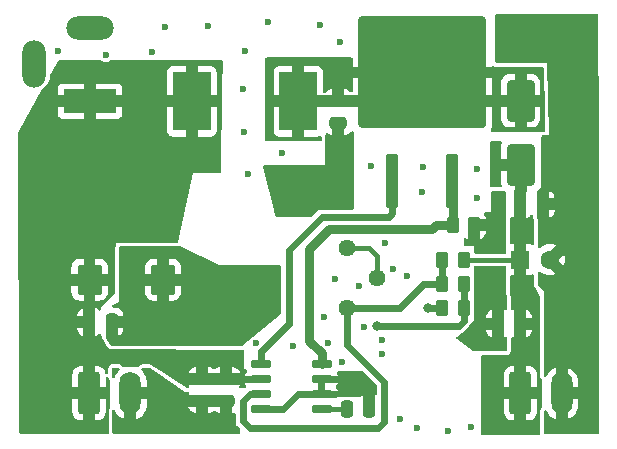
<source format=gtl>
G04 #@! TF.GenerationSoftware,KiCad,Pcbnew,8.0.5*
G04 #@! TF.CreationDate,2025-01-03T23:13:30-05:00*
G04 #@! TF.ProjectId,PierogiNixiePSU,50696572-6f67-4694-9e69-786965505355,rev?*
G04 #@! TF.SameCoordinates,Original*
G04 #@! TF.FileFunction,Copper,L1,Top*
G04 #@! TF.FilePolarity,Positive*
%FSLAX46Y46*%
G04 Gerber Fmt 4.6, Leading zero omitted, Abs format (unit mm)*
G04 Created by KiCad (PCBNEW 8.0.5) date 2025-01-03 23:13:30*
%MOMM*%
%LPD*%
G01*
G04 APERTURE LIST*
G04 Aperture macros list*
%AMRoundRect*
0 Rectangle with rounded corners*
0 $1 Rounding radius*
0 $2 $3 $4 $5 $6 $7 $8 $9 X,Y pos of 4 corners*
0 Add a 4 corners polygon primitive as box body*
4,1,4,$2,$3,$4,$5,$6,$7,$8,$9,$2,$3,0*
0 Add four circle primitives for the rounded corners*
1,1,$1+$1,$2,$3*
1,1,$1+$1,$4,$5*
1,1,$1+$1,$6,$7*
1,1,$1+$1,$8,$9*
0 Add four rect primitives between the rounded corners*
20,1,$1+$1,$2,$3,$4,$5,0*
20,1,$1+$1,$4,$5,$6,$7,0*
20,1,$1+$1,$6,$7,$8,$9,0*
20,1,$1+$1,$8,$9,$2,$3,0*%
G04 Aperture macros list end*
G04 #@! TA.AperFunction,SMDPad,CuDef*
%ADD10RoundRect,0.250000X0.300000X-2.050000X0.300000X2.050000X-0.300000X2.050000X-0.300000X-2.050000X0*%
G04 #@! TD*
G04 #@! TA.AperFunction,SMDPad,CuDef*
%ADD11RoundRect,0.250000X2.375000X-2.025000X2.375000X2.025000X-2.375000X2.025000X-2.375000X-2.025000X0*%
G04 #@! TD*
G04 #@! TA.AperFunction,SMDPad,CuDef*
%ADD12RoundRect,0.250002X5.149998X-4.449998X5.149998X4.449998X-5.149998X4.449998X-5.149998X-4.449998X0*%
G04 #@! TD*
G04 #@! TA.AperFunction,SMDPad,CuDef*
%ADD13R,3.175000X4.950000*%
G04 #@! TD*
G04 #@! TA.AperFunction,SMDPad,CuDef*
%ADD14RoundRect,0.150000X-0.725000X-0.150000X0.725000X-0.150000X0.725000X0.150000X-0.725000X0.150000X0*%
G04 #@! TD*
G04 #@! TA.AperFunction,ComponentPad*
%ADD15RoundRect,0.250000X-0.650000X-1.550000X0.650000X-1.550000X0.650000X1.550000X-0.650000X1.550000X0*%
G04 #@! TD*
G04 #@! TA.AperFunction,ComponentPad*
%ADD16O,1.800000X3.600000*%
G04 #@! TD*
G04 #@! TA.AperFunction,SMDPad,CuDef*
%ADD17RoundRect,0.250000X-0.475000X0.250000X-0.475000X-0.250000X0.475000X-0.250000X0.475000X0.250000X0*%
G04 #@! TD*
G04 #@! TA.AperFunction,SMDPad,CuDef*
%ADD18RoundRect,0.250000X0.262500X0.450000X-0.262500X0.450000X-0.262500X-0.450000X0.262500X-0.450000X0*%
G04 #@! TD*
G04 #@! TA.AperFunction,SMDPad,CuDef*
%ADD19RoundRect,0.250000X0.900000X-1.500000X0.900000X1.500000X-0.900000X1.500000X-0.900000X-1.500000X0*%
G04 #@! TD*
G04 #@! TA.AperFunction,ComponentPad*
%ADD20R,4.500000X2.000000*%
G04 #@! TD*
G04 #@! TA.AperFunction,ComponentPad*
%ADD21O,4.000000X2.000000*%
G04 #@! TD*
G04 #@! TA.AperFunction,ComponentPad*
%ADD22O,2.000000X4.000000*%
G04 #@! TD*
G04 #@! TA.AperFunction,SMDPad,CuDef*
%ADD23RoundRect,0.250000X0.250000X0.475000X-0.250000X0.475000X-0.250000X-0.475000X0.250000X-0.475000X0*%
G04 #@! TD*
G04 #@! TA.AperFunction,SMDPad,CuDef*
%ADD24RoundRect,0.250000X-0.250000X-0.475000X0.250000X-0.475000X0.250000X0.475000X-0.250000X0.475000X0*%
G04 #@! TD*
G04 #@! TA.AperFunction,SMDPad,CuDef*
%ADD25RoundRect,0.250000X-0.262500X-0.450000X0.262500X-0.450000X0.262500X0.450000X-0.262500X0.450000X0*%
G04 #@! TD*
G04 #@! TA.AperFunction,ComponentPad*
%ADD26R,1.600000X1.600000*%
G04 #@! TD*
G04 #@! TA.AperFunction,ComponentPad*
%ADD27C,1.600000*%
G04 #@! TD*
G04 #@! TA.AperFunction,ComponentPad*
%ADD28C,1.440000*%
G04 #@! TD*
G04 #@! TA.AperFunction,SMDPad,CuDef*
%ADD29RoundRect,0.250000X-0.787500X-1.025000X0.787500X-1.025000X0.787500X1.025000X-0.787500X1.025000X0*%
G04 #@! TD*
G04 #@! TA.AperFunction,ViaPad*
%ADD30C,0.600000*%
G04 #@! TD*
G04 #@! TA.AperFunction,ViaPad*
%ADD31C,0.800000*%
G04 #@! TD*
G04 #@! TA.AperFunction,Conductor*
%ADD32C,0.600000*%
G04 #@! TD*
G04 #@! TA.AperFunction,Conductor*
%ADD33C,0.400000*%
G04 #@! TD*
G04 #@! TA.AperFunction,Conductor*
%ADD34C,0.800000*%
G04 #@! TD*
G04 APERTURE END LIST*
D10*
X52885000Y-36325000D03*
D11*
X52650000Y-29600000D03*
X58200000Y-29600000D03*
D12*
X55425000Y-27175000D03*
D11*
X52650000Y-24750000D03*
X58200000Y-24750000D03*
D10*
X57965000Y-36325000D03*
D13*
X35897500Y-29625000D03*
X44912500Y-29625000D03*
D14*
X41750000Y-51870000D03*
X41750000Y-53140000D03*
X41750000Y-54410000D03*
X41750000Y-55680000D03*
X46900000Y-55680000D03*
X46900000Y-54410000D03*
X46900000Y-53140000D03*
X46900000Y-51870000D03*
D15*
X27190000Y-54340000D03*
D16*
X30690000Y-54340000D03*
D17*
X36775000Y-53105000D03*
X36775000Y-55005000D03*
D18*
X58912500Y-47125000D03*
X57087500Y-47125000D03*
D19*
X63735000Y-34980000D03*
X63735000Y-29580000D03*
D18*
X59807500Y-40125000D03*
X57982500Y-40125000D03*
D20*
X27275000Y-29625000D03*
D21*
X27275000Y-23425000D03*
D22*
X22575000Y-26425000D03*
D23*
X63695000Y-48445000D03*
X61795000Y-48445000D03*
D24*
X49015000Y-55655000D03*
X50915000Y-55655000D03*
D15*
X63710000Y-54340000D03*
D16*
X67210000Y-54340000D03*
D17*
X48295000Y-29575000D03*
X48295000Y-31475000D03*
D25*
X57087500Y-43025000D03*
X58912500Y-43025000D03*
D26*
X63709759Y-43025000D03*
D27*
X66209759Y-43025000D03*
D24*
X27205000Y-48305000D03*
X29105000Y-48305000D03*
D28*
X49035000Y-47085000D03*
X51575000Y-44545000D03*
X49035000Y-42005000D03*
D18*
X58912500Y-45095000D03*
X57087500Y-45095000D03*
D17*
X38785000Y-53105000D03*
X38785000Y-55005000D03*
D24*
X63705000Y-38345000D03*
X65605000Y-38345000D03*
D29*
X27237500Y-44715000D03*
X33462500Y-44715000D03*
D30*
X32600000Y-42400000D03*
X44500000Y-50300000D03*
X45300000Y-35900000D03*
X47100000Y-47900000D03*
D31*
X41200000Y-44200000D03*
X35900000Y-49500000D03*
X63800000Y-24300000D03*
D30*
X48100000Y-34900000D03*
D31*
X69600000Y-42800000D03*
D30*
X34100000Y-42400000D03*
X50000000Y-53000000D03*
X48800000Y-53000000D03*
D31*
X68500000Y-29100000D03*
X68500000Y-46500000D03*
D30*
X47400000Y-50100000D03*
D31*
X68500000Y-26700000D03*
X32000000Y-48100000D03*
D30*
X55400000Y-37300000D03*
X32900000Y-55000000D03*
D31*
X66900000Y-33400000D03*
X69700000Y-25300000D03*
D30*
X48636801Y-51699346D03*
X33600000Y-23300000D03*
X43500000Y-35800000D03*
D31*
X66500000Y-24300000D03*
X69600000Y-54200000D03*
D30*
X61700000Y-50200000D03*
D31*
X67600000Y-45400000D03*
X42600000Y-45600000D03*
D30*
X48800000Y-54000000D03*
D31*
X69600000Y-52400000D03*
D30*
X59500000Y-57200000D03*
D31*
X35900000Y-47000000D03*
D30*
X66500000Y-57200000D03*
X47000000Y-35800000D03*
D31*
X37300000Y-45600000D03*
D30*
X40206513Y-28618586D03*
X60300000Y-48800000D03*
D31*
X68400000Y-44200000D03*
D30*
X55000000Y-57300000D03*
D31*
X67800000Y-50200000D03*
X66500000Y-49100000D03*
X30900000Y-46500000D03*
X68500000Y-37000000D03*
D30*
X31700000Y-57100000D03*
X60500000Y-44100000D03*
D31*
X62400000Y-25700000D03*
X69500000Y-30600000D03*
D30*
X32550502Y-25434227D03*
D31*
X30700000Y-43100000D03*
D30*
X34100000Y-54200000D03*
X48200000Y-37200000D03*
X61800000Y-38200000D03*
D31*
X65100000Y-25700000D03*
X38600000Y-47000000D03*
D30*
X43500000Y-34000000D03*
X61500000Y-44100000D03*
D31*
X69700000Y-23000000D03*
D30*
X57600000Y-57500000D03*
D31*
X69700000Y-35600000D03*
X68500000Y-41900000D03*
D30*
X60500000Y-44900000D03*
D31*
X62400000Y-22900000D03*
X68500000Y-24400000D03*
X69500000Y-33000000D03*
D30*
X53500000Y-56500000D03*
D31*
X30800000Y-44900000D03*
D30*
X60070004Y-35387977D03*
X40300000Y-32200000D03*
D31*
X67700000Y-47700000D03*
D30*
X47522584Y-38095358D03*
D31*
X35900000Y-44200000D03*
D30*
X41300000Y-50100000D03*
D31*
X55900000Y-47100000D03*
D30*
X60600000Y-50000000D03*
X46744612Y-23198401D03*
X40680780Y-35732579D03*
X32900000Y-53500000D03*
X61500000Y-44900000D03*
D31*
X66900000Y-35800000D03*
D30*
X48200000Y-33500000D03*
X60500000Y-45700000D03*
X59500000Y-49700000D03*
X36600000Y-57400000D03*
D31*
X69700000Y-40500000D03*
X68300000Y-34400000D03*
D30*
X62000000Y-42000000D03*
X62100000Y-39500000D03*
X32900000Y-56500000D03*
X52900000Y-43800000D03*
D31*
X38600000Y-49500000D03*
X37300000Y-48100000D03*
D30*
X49900000Y-54000000D03*
D31*
X69600000Y-50400000D03*
D30*
X60500000Y-42000000D03*
D31*
X67100000Y-30500000D03*
D30*
X42323773Y-22893516D03*
X50900000Y-53900000D03*
X55500000Y-35200000D03*
X52000000Y-51000000D03*
X68200000Y-57300000D03*
X50500000Y-48700000D03*
X40400000Y-25400000D03*
X38300000Y-57400000D03*
X44100000Y-38400000D03*
X50024397Y-45241160D03*
D31*
X69600000Y-56500000D03*
X65100000Y-22900000D03*
X69700000Y-27700000D03*
D30*
X34900000Y-57400000D03*
X30600000Y-57100000D03*
X39000000Y-56600000D03*
X45173837Y-37297386D03*
X48500000Y-35900000D03*
X37259288Y-23249215D03*
X29700000Y-57100000D03*
X43500000Y-37300000D03*
X61200000Y-41200000D03*
X62100000Y-40700000D03*
X60000000Y-37800000D03*
X34300000Y-55500000D03*
X45500000Y-38500000D03*
X61300000Y-39400000D03*
X46513827Y-37289858D03*
D31*
X68300000Y-32000000D03*
D30*
X47993154Y-44686982D03*
D31*
X69800000Y-47600000D03*
X68600000Y-49000000D03*
D30*
X60500000Y-46600000D03*
D31*
X67100000Y-40800000D03*
D30*
X52261550Y-41655066D03*
X36000000Y-56600000D03*
D31*
X40000000Y-48100000D03*
X67700000Y-22900000D03*
X67100000Y-38400000D03*
X33300000Y-49500000D03*
D30*
X24600000Y-25400000D03*
X32900000Y-57400000D03*
D31*
X69700000Y-38000000D03*
X69700000Y-45100000D03*
X30600000Y-49500000D03*
D30*
X52000000Y-49800000D03*
D31*
X38600000Y-44200000D03*
X34700000Y-48100000D03*
D30*
X34200000Y-56800000D03*
D31*
X67100000Y-28100000D03*
X66600000Y-51600000D03*
X66400000Y-46800000D03*
D30*
X61500000Y-45700000D03*
X54107800Y-44432911D03*
X61500000Y-46600000D03*
D31*
X40000000Y-45600000D03*
X67100000Y-25800000D03*
D30*
X51092822Y-35066153D03*
X60300000Y-47800000D03*
X37600000Y-56600000D03*
D31*
X41200000Y-47000000D03*
X68500000Y-39400000D03*
D30*
X48400000Y-24600000D03*
D31*
X40000000Y-49500000D03*
D30*
X28600000Y-25700000D03*
X47900000Y-28200000D03*
X48900000Y-27300000D03*
X48100000Y-26500000D03*
D31*
X51600000Y-48650000D03*
X22100000Y-47200000D03*
X25300000Y-42200000D03*
X31900000Y-33400000D03*
X23900000Y-35900000D03*
X26500000Y-33400000D03*
X32300000Y-28800000D03*
X22100000Y-49600000D03*
X25300000Y-27100000D03*
D30*
X31500000Y-51100000D03*
D31*
X23900000Y-50800000D03*
X22100000Y-44700000D03*
D30*
X33410570Y-51198556D03*
D31*
X23900000Y-53300000D03*
D30*
X27000000Y-57200000D03*
D31*
X35200000Y-33500000D03*
X25300000Y-47500000D03*
X23900000Y-38400000D03*
X25100000Y-44100000D03*
D30*
X28100000Y-57200000D03*
X35400000Y-51400000D03*
D31*
X23900000Y-40900000D03*
X31000000Y-30100000D03*
X25500000Y-51000000D03*
X28800000Y-33600000D03*
X27000000Y-35400000D03*
X23500000Y-43400000D03*
D30*
X29500000Y-51200000D03*
D31*
X22100000Y-37200000D03*
X33700000Y-37200000D03*
X31900000Y-38400000D03*
X22100000Y-57100000D03*
X23700000Y-29700000D03*
D30*
X36700000Y-51600000D03*
D31*
X25300000Y-39700000D03*
X28600000Y-38400000D03*
X31900000Y-35900000D03*
X22100000Y-52100000D03*
X27100000Y-37200000D03*
X23900000Y-45900000D03*
D30*
X25500000Y-57200000D03*
X34700000Y-52400000D03*
D31*
X22100000Y-34700000D03*
X28600000Y-35900000D03*
X30400000Y-37200000D03*
X33700000Y-39700000D03*
X27400000Y-42100000D03*
X23700000Y-48500000D03*
X22100000Y-54600000D03*
X22100000Y-39700000D03*
X23900000Y-33400000D03*
X23900000Y-55800000D03*
X31900000Y-40900000D03*
X27100000Y-39700000D03*
X22100000Y-42200000D03*
X30400000Y-34700000D03*
X30400000Y-39700000D03*
X30800000Y-27300000D03*
X28700000Y-27200000D03*
X37000000Y-34800000D03*
X33700000Y-34700000D03*
D30*
X38600000Y-51600000D03*
D31*
X25300000Y-37200000D03*
X25300000Y-34700000D03*
X28600000Y-40900000D03*
X27300000Y-50900000D03*
D30*
X63400000Y-45100000D03*
X61600000Y-35900000D03*
X64400000Y-45800000D03*
X61600000Y-34000000D03*
X64700000Y-50400000D03*
X63700000Y-50300000D03*
X61400000Y-53200000D03*
X62900000Y-57200000D03*
X64400000Y-57200000D03*
X64600000Y-51500000D03*
X63300000Y-40000000D03*
X61400000Y-54500000D03*
X61400000Y-57100000D03*
X64300000Y-41000000D03*
X64800000Y-46900000D03*
X64400000Y-40000000D03*
X61400000Y-52000000D03*
X63500000Y-51500000D03*
X63300000Y-41000000D03*
X63400000Y-46400000D03*
X61400000Y-55900000D03*
D32*
X55925000Y-47125000D02*
X55900000Y-47100000D01*
X46900000Y-54410000D02*
X44890000Y-54410000D01*
X43620000Y-55680000D02*
X41750000Y-55680000D01*
X44890000Y-54410000D02*
X43620000Y-55680000D01*
X57087500Y-47125000D02*
X55925000Y-47125000D01*
X40200000Y-56700000D02*
X40200000Y-55000000D01*
X55505000Y-45095000D02*
X57087500Y-45095000D01*
X57087500Y-45095000D02*
X57087500Y-43025000D01*
X53515000Y-47085000D02*
X55505000Y-45095000D01*
X40200000Y-55000000D02*
X40790000Y-54410000D01*
X52200000Y-53400000D02*
X52200000Y-56800000D01*
X51700000Y-57300000D02*
X40800000Y-57300000D01*
X49035000Y-47085000D02*
X49035000Y-50235000D01*
X49035000Y-47085000D02*
X53515000Y-47085000D01*
X40800000Y-57300000D02*
X40200000Y-56700000D01*
X52200000Y-56800000D02*
X51700000Y-57300000D01*
X40790000Y-54410000D02*
X41750000Y-54410000D01*
X49035000Y-50235000D02*
X52200000Y-53400000D01*
X58912500Y-47125000D02*
X58912500Y-48237500D01*
D33*
X50855000Y-42005000D02*
X49035000Y-42005000D01*
D32*
X58500000Y-48650000D02*
X51600000Y-48650000D01*
X58912500Y-48237500D02*
X58500000Y-48650000D01*
D33*
X51575000Y-42725000D02*
X50855000Y-42005000D01*
D32*
X58912500Y-47125000D02*
X58912500Y-45095000D01*
D33*
X51575000Y-44545000D02*
X51575000Y-42725000D01*
X46900000Y-55680000D02*
X48990000Y-55680000D01*
X58912500Y-43025000D02*
X63709759Y-43025000D01*
D34*
X47500000Y-40450000D02*
X56250000Y-40450000D01*
X46900000Y-50950000D02*
X45850000Y-49900000D01*
X45850000Y-49900000D02*
X45850000Y-42100000D01*
X46900000Y-51870000D02*
X46900000Y-50950000D01*
X56250000Y-40450000D02*
X56575000Y-40125000D01*
X57982500Y-36342500D02*
X57965000Y-36325000D01*
X57982500Y-40125000D02*
X57982500Y-36342500D01*
X45850000Y-42100000D02*
X47500000Y-40450000D01*
X56575000Y-40125000D02*
X57982500Y-40125000D01*
D32*
X52600000Y-39400000D02*
X52885000Y-39115000D01*
X41750000Y-51870000D02*
X41750000Y-50800000D01*
X52885000Y-39115000D02*
X52885000Y-36325000D01*
X44100000Y-48450000D02*
X44100000Y-42200000D01*
X44100000Y-42200000D02*
X46900000Y-39400000D01*
X46900000Y-39400000D02*
X52600000Y-39400000D01*
X41750000Y-50800000D02*
X44100000Y-48450000D01*
G04 #@! TA.AperFunction,Conductor*
G36*
X50374747Y-52469685D02*
G01*
X50383478Y-52475843D01*
X50536530Y-52593988D01*
X50548441Y-52604464D01*
X51558381Y-53614404D01*
X51591866Y-53675727D01*
X51594700Y-53702085D01*
X51594700Y-54360563D01*
X51575015Y-54427602D01*
X51522211Y-54473357D01*
X51453053Y-54483301D01*
X51431697Y-54478269D01*
X51415000Y-54472736D01*
X51415000Y-56031000D01*
X51395315Y-56098039D01*
X51342511Y-56143794D01*
X51291000Y-56155000D01*
X50539000Y-56155000D01*
X50471961Y-56135315D01*
X50426206Y-56082511D01*
X50415000Y-56031000D01*
X50415000Y-54472737D01*
X50345879Y-54495641D01*
X50196656Y-54587682D01*
X50167349Y-54616990D01*
X50106025Y-54650474D01*
X50036334Y-54645488D01*
X50004455Y-54625000D01*
X50000000Y-54625000D01*
X49317193Y-54625000D01*
X49309783Y-54624778D01*
X49308480Y-54624700D01*
X49308476Y-54624700D01*
X48721524Y-54624700D01*
X48721520Y-54624700D01*
X48720217Y-54624778D01*
X48712807Y-54625000D01*
X48318000Y-54625000D01*
X48175000Y-54625000D01*
X48175000Y-54710000D01*
X46724000Y-54710000D01*
X46656961Y-54690315D01*
X46611206Y-54637511D01*
X46600000Y-54586000D01*
X46600000Y-54110000D01*
X47200000Y-54110000D01*
X48258296Y-54110000D01*
X48226281Y-53999801D01*
X48142685Y-53858447D01*
X48137900Y-53852278D01*
X48140252Y-53850453D01*
X48113445Y-53801405D01*
X48118402Y-53731712D01*
X48139465Y-53698936D01*
X48137900Y-53697722D01*
X48142685Y-53691552D01*
X48226281Y-53550198D01*
X48258296Y-53440000D01*
X47200000Y-53440000D01*
X47200000Y-54110000D01*
X46600000Y-54110000D01*
X46600000Y-52964000D01*
X46619685Y-52896961D01*
X46672489Y-52851206D01*
X46724000Y-52840000D01*
X48258296Y-52840000D01*
X48226281Y-52729801D01*
X48226281Y-52729800D01*
X48171471Y-52637121D01*
X48154288Y-52569397D01*
X48176448Y-52503134D01*
X48230914Y-52459371D01*
X48278203Y-52450000D01*
X50307708Y-52450000D01*
X50374747Y-52469685D01*
G37*
G04 #@! TD.AperFunction*
G04 #@! TA.AperFunction,Conductor*
G36*
X29001975Y-50597509D02*
G01*
X29002588Y-50597691D01*
X29002589Y-50597691D01*
X29002592Y-50597692D01*
X29089985Y-50610457D01*
X40104251Y-50635197D01*
X40123760Y-50634627D01*
X40139319Y-50633682D01*
X40147136Y-50631811D01*
X40216916Y-50635350D01*
X40273705Y-50676053D01*
X40299474Y-50740997D01*
X40300000Y-50752405D01*
X40300000Y-52200000D01*
X40299999Y-52200000D01*
X40380748Y-52260561D01*
X40526057Y-52369543D01*
X40567877Y-52425512D01*
X40572798Y-52495208D01*
X40539338Y-52556421D01*
X40507322Y-52588437D01*
X40507314Y-52588447D01*
X40423718Y-52729801D01*
X40391704Y-52840000D01*
X41926000Y-52840000D01*
X41993039Y-52859685D01*
X42038794Y-52912489D01*
X42050000Y-52964000D01*
X42050000Y-53316000D01*
X42030315Y-53383039D01*
X41977511Y-53428794D01*
X41926000Y-53440000D01*
X40391704Y-53440000D01*
X40423718Y-53550198D01*
X40423718Y-53550199D01*
X40500191Y-53679508D01*
X40517374Y-53747232D01*
X40495214Y-53813495D01*
X40440748Y-53857258D01*
X40407152Y-53865871D01*
X40036053Y-53907104D01*
X39967250Y-53894943D01*
X39915944Y-53847514D01*
X39898424Y-53779877D01*
X39916822Y-53718765D01*
X39944356Y-53674124D01*
X39944357Y-53674122D01*
X39967263Y-53605000D01*
X35592737Y-53605000D01*
X35615641Y-53674120D01*
X35631976Y-53700603D01*
X35650416Y-53767996D01*
X35629493Y-53834659D01*
X35575851Y-53879429D01*
X35526437Y-53889700D01*
X35515222Y-53889700D01*
X35448183Y-53870015D01*
X35448079Y-53869949D01*
X34069994Y-52982369D01*
X34067956Y-52981027D01*
X33508616Y-52605000D01*
X35592737Y-52605000D01*
X36275000Y-52605000D01*
X36275000Y-52105000D01*
X37275000Y-52105000D01*
X37275000Y-52605000D01*
X38285000Y-52605000D01*
X39285000Y-52605000D01*
X39967262Y-52605000D01*
X39944358Y-52535879D01*
X39852315Y-52386654D01*
X39728345Y-52262684D01*
X39579124Y-52170643D01*
X39579119Y-52170641D01*
X39412697Y-52115494D01*
X39412690Y-52115493D01*
X39309986Y-52105000D01*
X39285000Y-52105000D01*
X39285000Y-52605000D01*
X38285000Y-52605000D01*
X38285000Y-52104999D01*
X38260029Y-52105000D01*
X38260010Y-52105001D01*
X38157302Y-52115494D01*
X37990880Y-52170641D01*
X37990875Y-52170643D01*
X37845097Y-52260561D01*
X37777704Y-52279001D01*
X37714903Y-52260561D01*
X37569124Y-52170643D01*
X37569119Y-52170641D01*
X37402697Y-52115494D01*
X37402690Y-52115493D01*
X37299986Y-52105000D01*
X37275000Y-52105000D01*
X36275000Y-52105000D01*
X36275000Y-52104999D01*
X36250029Y-52105000D01*
X36250010Y-52105001D01*
X36147302Y-52115494D01*
X35980880Y-52170641D01*
X35980875Y-52170643D01*
X35831654Y-52262684D01*
X35707684Y-52386654D01*
X35615641Y-52535879D01*
X35592737Y-52605000D01*
X33508616Y-52605000D01*
X33276152Y-52448722D01*
X32720011Y-52074846D01*
X32553883Y-51963163D01*
X32552395Y-51962168D01*
X32551175Y-51961359D01*
X32469327Y-51922867D01*
X32402456Y-51902668D01*
X32402442Y-51902665D01*
X32315129Y-51889419D01*
X31727777Y-51884865D01*
X31715458Y-51885015D01*
X31705673Y-51885327D01*
X31705670Y-51885327D01*
X31607129Y-51904733D01*
X31541670Y-51929148D01*
X31485647Y-51956751D01*
X31401699Y-52033925D01*
X31401698Y-52033927D01*
X31391924Y-52046984D01*
X31389431Y-52050314D01*
X31333496Y-52092183D01*
X31290166Y-52100000D01*
X30119453Y-52100000D01*
X30052414Y-52080315D01*
X30025605Y-52054631D01*
X30024487Y-52055585D01*
X29975425Y-51998069D01*
X29975421Y-51998065D01*
X29930318Y-51954875D01*
X29930317Y-51954874D01*
X29829073Y-51902402D01*
X29762189Y-51882199D01*
X29762180Y-51882197D01*
X29674869Y-51868951D01*
X29253480Y-51865685D01*
X29253474Y-51865686D01*
X29184957Y-51872803D01*
X29184943Y-51872805D01*
X29184941Y-51872806D01*
X29131470Y-51884470D01*
X29131468Y-51884470D01*
X29131466Y-51884471D01*
X29131463Y-51884472D01*
X29090242Y-51896505D01*
X29090239Y-51896507D01*
X29000000Y-51950365D01*
X29000000Y-50596924D01*
X29001975Y-50597509D01*
G37*
G04 #@! TD.AperFunction*
G04 #@! TA.AperFunction,Conductor*
G36*
X34971016Y-41899945D02*
G01*
X35025958Y-41912898D01*
X38200000Y-43490000D01*
X43316303Y-43490000D01*
X43383342Y-43509685D01*
X43429097Y-43562489D01*
X43440303Y-43613696D01*
X43449857Y-47516736D01*
X43430336Y-47583824D01*
X43405240Y-47612299D01*
X40184610Y-50296157D01*
X40120507Y-50323953D01*
X40104948Y-50324898D01*
X29090682Y-50300158D01*
X29023687Y-50280323D01*
X28984122Y-50239098D01*
X28617587Y-49616912D01*
X28600519Y-49549159D01*
X28605000Y-49535834D01*
X28605000Y-49487262D01*
X29605000Y-49487262D01*
X29674118Y-49464359D01*
X29823345Y-49372315D01*
X29947315Y-49248345D01*
X30039356Y-49099124D01*
X30039358Y-49099119D01*
X30094505Y-48932697D01*
X30094506Y-48932690D01*
X30104999Y-48829986D01*
X30105000Y-48829973D01*
X30105000Y-48805000D01*
X29605000Y-48805000D01*
X29605000Y-49487262D01*
X28605000Y-49487262D01*
X28605000Y-47929000D01*
X28624685Y-47861961D01*
X28677489Y-47816206D01*
X28729000Y-47805000D01*
X30104999Y-47805000D01*
X30104999Y-47780028D01*
X30104998Y-47780013D01*
X30094505Y-47677302D01*
X30039358Y-47510880D01*
X30039356Y-47510875D01*
X29947315Y-47361654D01*
X29823345Y-47237684D01*
X29674124Y-47145643D01*
X29674119Y-47145641D01*
X29507697Y-47090494D01*
X29507690Y-47090493D01*
X29404986Y-47080000D01*
X29264734Y-47080000D01*
X29197695Y-47060315D01*
X29151940Y-47007511D01*
X29141996Y-46938353D01*
X29171021Y-46874797D01*
X29220997Y-46839970D01*
X29725000Y-46650000D01*
X29723193Y-45789986D01*
X31925001Y-45789986D01*
X31935494Y-45892697D01*
X31990641Y-46059119D01*
X31990643Y-46059124D01*
X32082684Y-46208345D01*
X32206654Y-46332315D01*
X32355875Y-46424356D01*
X32355880Y-46424358D01*
X32522302Y-46479505D01*
X32522309Y-46479506D01*
X32625019Y-46489999D01*
X32962499Y-46489999D01*
X33962500Y-46489999D01*
X34299972Y-46489999D01*
X34299986Y-46489998D01*
X34402697Y-46479505D01*
X34569119Y-46424358D01*
X34569124Y-46424356D01*
X34718345Y-46332315D01*
X34842315Y-46208345D01*
X34934356Y-46059124D01*
X34934358Y-46059119D01*
X34989505Y-45892697D01*
X34989506Y-45892690D01*
X34999999Y-45789986D01*
X35000000Y-45789973D01*
X35000000Y-45215000D01*
X33962500Y-45215000D01*
X33962500Y-46489999D01*
X32962499Y-46489999D01*
X32962500Y-46489998D01*
X32962500Y-45215000D01*
X31925001Y-45215000D01*
X31925001Y-45789986D01*
X29723193Y-45789986D01*
X29718676Y-43640013D01*
X31925000Y-43640013D01*
X31925000Y-44215000D01*
X32962500Y-44215000D01*
X33962500Y-44215000D01*
X34999999Y-44215000D01*
X34999999Y-43640028D01*
X34999998Y-43640013D01*
X34989505Y-43537302D01*
X34934358Y-43370880D01*
X34934356Y-43370875D01*
X34842315Y-43221654D01*
X34718345Y-43097684D01*
X34569124Y-43005643D01*
X34569119Y-43005641D01*
X34402697Y-42950494D01*
X34402690Y-42950493D01*
X34299986Y-42940000D01*
X33962500Y-42940000D01*
X33962500Y-44215000D01*
X32962500Y-44215000D01*
X32962500Y-42940000D01*
X32625028Y-42940000D01*
X32625012Y-42940001D01*
X32522302Y-42950494D01*
X32355880Y-43005641D01*
X32355875Y-43005643D01*
X32206654Y-43097684D01*
X32082684Y-43221654D01*
X31990643Y-43370875D01*
X31990641Y-43370880D01*
X31935494Y-43537302D01*
X31935493Y-43537309D01*
X31925000Y-43640013D01*
X29718676Y-43640013D01*
X29715261Y-42014494D01*
X29734805Y-41947415D01*
X29787513Y-41901549D01*
X29839493Y-41890235D01*
X34971016Y-41899945D01*
G37*
G04 #@! TD.AperFunction*
G04 #@! TA.AperFunction,Conductor*
G36*
X62443039Y-37219685D02*
G01*
X62488794Y-37272489D01*
X62500000Y-37324000D01*
X62500000Y-42395700D01*
X62480315Y-42462739D01*
X62427511Y-42508494D01*
X62376000Y-42519700D01*
X59924000Y-42519700D01*
X59856961Y-42500015D01*
X59811206Y-42447211D01*
X59800000Y-42395700D01*
X59800000Y-41900000D01*
X59024000Y-41900000D01*
X58956961Y-41880315D01*
X58911206Y-41827511D01*
X58900000Y-41776000D01*
X58900000Y-41280529D01*
X58919685Y-41213490D01*
X58972489Y-41167735D01*
X59041647Y-41157791D01*
X59089097Y-41174990D01*
X59225882Y-41259360D01*
X59307499Y-41286404D01*
X59307500Y-41286404D01*
X60307500Y-41286404D01*
X60389117Y-41259360D01*
X60538345Y-41167315D01*
X60662315Y-41043345D01*
X60754356Y-40894124D01*
X60754358Y-40894119D01*
X60809505Y-40727697D01*
X60809506Y-40727690D01*
X60819998Y-40625000D01*
X60307500Y-40625000D01*
X60307500Y-41286404D01*
X59307500Y-41286404D01*
X59307500Y-39749000D01*
X59327185Y-39681961D01*
X59379989Y-39636206D01*
X59431500Y-39625000D01*
X60819997Y-39625000D01*
X60819997Y-39624999D01*
X60809505Y-39522302D01*
X60754358Y-39355880D01*
X60754356Y-39355875D01*
X60662315Y-39206653D01*
X60657839Y-39200993D01*
X60660400Y-39198967D01*
X60633857Y-39150358D01*
X60638841Y-39080666D01*
X60680713Y-39024733D01*
X60746177Y-39000316D01*
X60755023Y-39000000D01*
X61200000Y-39000000D01*
X61200000Y-37324000D01*
X61219685Y-37256961D01*
X61272489Y-37211206D01*
X61324000Y-37200000D01*
X62376000Y-37200000D01*
X62443039Y-37219685D01*
G37*
G04 #@! TD.AperFunction*
G04 #@! TA.AperFunction,Conductor*
G36*
X28152267Y-26119685D02*
G01*
X28161540Y-26127157D01*
X28161848Y-26126757D01*
X28168293Y-26131702D01*
X28168295Y-26131705D01*
X28294738Y-26228728D01*
X28441985Y-26289720D01*
X28520992Y-26300121D01*
X28599999Y-26310523D01*
X28600000Y-26310523D01*
X28600001Y-26310523D01*
X28652671Y-26303588D01*
X28758015Y-26289720D01*
X28905262Y-26228728D01*
X29031705Y-26131705D01*
X29031706Y-26131702D01*
X29038152Y-26126757D01*
X29040056Y-26129239D01*
X29088414Y-26102834D01*
X29114772Y-26100000D01*
X38374702Y-26100000D01*
X38441741Y-26119685D01*
X38487496Y-26172489D01*
X38498694Y-26225291D01*
X38474816Y-28517627D01*
X38401278Y-35577292D01*
X38380896Y-35644122D01*
X38327619Y-35689325D01*
X38277285Y-35700000D01*
X36000000Y-35700000D01*
X34723877Y-41491629D01*
X34690228Y-41552862D01*
X34628816Y-41586183D01*
X34602547Y-41588947D01*
X29933392Y-41580112D01*
X29840080Y-41579936D01*
X29840079Y-41579936D01*
X29840073Y-41579936D01*
X29840067Y-41579936D01*
X29773505Y-41587032D01*
X29773497Y-41587034D01*
X29746831Y-41592838D01*
X29726961Y-41597163D01*
X29700590Y-41600000D01*
X29499999Y-41600000D01*
X29496184Y-41717711D01*
X29482899Y-41769663D01*
X29436893Y-41860614D01*
X29417347Y-41927696D01*
X29404962Y-42015143D01*
X29404962Y-42015144D01*
X29408377Y-43640664D01*
X29408409Y-43655821D01*
X29408409Y-43655823D01*
X29409923Y-44377204D01*
X29409858Y-44381480D01*
X29361671Y-45868423D01*
X29339825Y-45934790D01*
X29322232Y-45955162D01*
X28200000Y-47000000D01*
X28200000Y-47214977D01*
X28180315Y-47282016D01*
X28127511Y-47327771D01*
X28058353Y-47337715D01*
X27994797Y-47308690D01*
X27988319Y-47302658D01*
X27923345Y-47237684D01*
X27774120Y-47145641D01*
X27705000Y-47122737D01*
X27705000Y-49487262D01*
X27774118Y-49464359D01*
X27923345Y-49372315D01*
X27988319Y-49307342D01*
X28049642Y-49273857D01*
X28119334Y-49278841D01*
X28175267Y-49320713D01*
X28199684Y-49386177D01*
X28200000Y-49395023D01*
X28200000Y-49400000D01*
X28263463Y-49487262D01*
X28272407Y-49499559D01*
X28295886Y-49564810D01*
X28299619Y-49624960D01*
X28316689Y-49692715D01*
X28350231Y-49774415D01*
X28350232Y-49774416D01*
X28716766Y-50396600D01*
X28716776Y-50396613D01*
X28716780Y-50396619D01*
X28760243Y-50453958D01*
X28760245Y-50453960D01*
X28799807Y-50495181D01*
X28799829Y-50495202D01*
X28834055Y-50525936D01*
X28834060Y-50525940D01*
X28834064Y-50525943D01*
X28935597Y-50577857D01*
X28935601Y-50577858D01*
X28935605Y-50577860D01*
X28968768Y-50587678D01*
X29000000Y-50596924D01*
X29000000Y-51950365D01*
X28992320Y-51954949D01*
X28992319Y-51954949D01*
X28939927Y-52001170D01*
X28897497Y-52046981D01*
X28897493Y-52046986D01*
X28846714Y-52149084D01*
X28827625Y-52216295D01*
X28815832Y-52303830D01*
X28817849Y-52530716D01*
X28817849Y-52530717D01*
X28818363Y-52588617D01*
X28799274Y-52655829D01*
X28746879Y-52702051D01*
X28677811Y-52712608D01*
X28614000Y-52684148D01*
X28576662Y-52628722D01*
X28524358Y-52470880D01*
X28524356Y-52470875D01*
X28432315Y-52321654D01*
X28308345Y-52197684D01*
X28159124Y-52105643D01*
X28159119Y-52105641D01*
X27992697Y-52050494D01*
X27992690Y-52050493D01*
X27889986Y-52040000D01*
X27690000Y-52040000D01*
X27690000Y-53840000D01*
X28589999Y-53840000D01*
X28589999Y-53042886D01*
X28609684Y-52975847D01*
X28662488Y-52930092D01*
X28731646Y-52920148D01*
X28795202Y-52949173D01*
X28832976Y-53007951D01*
X28833314Y-53009122D01*
X28850886Y-53071221D01*
X28871233Y-53124118D01*
X28939644Y-53215343D01*
X28939647Y-53215345D01*
X28939648Y-53215347D01*
X28959845Y-53233884D01*
X28995926Y-53293716D01*
X29000000Y-53325240D01*
X29000000Y-55454232D01*
X28980315Y-55521271D01*
X28966972Y-55538494D01*
X28928898Y-55579599D01*
X28928896Y-55579602D01*
X28928895Y-55579604D01*
X28893214Y-55651348D01*
X28878115Y-55681707D01*
X28859026Y-55748919D01*
X28847233Y-55836451D01*
X28857011Y-56936396D01*
X28863576Y-57674898D01*
X28844488Y-57742110D01*
X28792093Y-57788332D01*
X28739581Y-57800000D01*
X21423192Y-57800000D01*
X21356153Y-57780315D01*
X21310398Y-57727511D01*
X21299195Y-57676810D01*
X21287843Y-55939986D01*
X25790001Y-55939986D01*
X25800494Y-56042697D01*
X25855641Y-56209119D01*
X25855643Y-56209124D01*
X25947684Y-56358345D01*
X26071654Y-56482315D01*
X26220875Y-56574356D01*
X26220880Y-56574358D01*
X26387302Y-56629505D01*
X26387309Y-56629506D01*
X26490019Y-56639999D01*
X26689999Y-56639999D01*
X27690000Y-56639999D01*
X27889972Y-56639999D01*
X27889986Y-56639998D01*
X27992697Y-56629505D01*
X28159119Y-56574358D01*
X28159124Y-56574356D01*
X28308345Y-56482315D01*
X28432315Y-56358345D01*
X28524356Y-56209124D01*
X28524358Y-56209119D01*
X28579505Y-56042697D01*
X28579506Y-56042690D01*
X28589999Y-55939986D01*
X28590000Y-55939973D01*
X28590000Y-54840000D01*
X27690000Y-54840000D01*
X27690000Y-56639999D01*
X26689999Y-56639999D01*
X26690000Y-56639998D01*
X26690000Y-54840000D01*
X25790001Y-54840000D01*
X25790001Y-55939986D01*
X21287843Y-55939986D01*
X21276869Y-54261009D01*
X26590000Y-54261009D01*
X26590000Y-54418991D01*
X26630889Y-54571591D01*
X26709881Y-54708408D01*
X26821592Y-54820119D01*
X26958409Y-54899111D01*
X27111009Y-54940000D01*
X27268991Y-54940000D01*
X27421591Y-54899111D01*
X27558408Y-54820119D01*
X27670119Y-54708408D01*
X27749111Y-54571591D01*
X27790000Y-54418991D01*
X27790000Y-54261009D01*
X27749111Y-54108409D01*
X27670119Y-53971592D01*
X27558408Y-53859881D01*
X27421591Y-53780889D01*
X27268991Y-53740000D01*
X27111009Y-53740000D01*
X26958409Y-53780889D01*
X26821592Y-53859881D01*
X26709881Y-53971592D01*
X26630889Y-54108409D01*
X26590000Y-54261009D01*
X21276869Y-54261009D01*
X21266928Y-52740013D01*
X25790000Y-52740013D01*
X25790000Y-53840000D01*
X26690000Y-53840000D01*
X26690000Y-52040000D01*
X26490029Y-52040000D01*
X26490012Y-52040001D01*
X26387302Y-52050494D01*
X26220880Y-52105641D01*
X26220875Y-52105643D01*
X26071654Y-52197684D01*
X25947684Y-52321654D01*
X25855643Y-52470875D01*
X25855641Y-52470880D01*
X25800494Y-52637302D01*
X25800493Y-52637309D01*
X25790000Y-52740013D01*
X21266928Y-52740013D01*
X21241373Y-48829986D01*
X26205001Y-48829986D01*
X26215494Y-48932697D01*
X26270641Y-49099119D01*
X26270643Y-49099124D01*
X26362684Y-49248345D01*
X26486654Y-49372315D01*
X26635881Y-49464359D01*
X26704999Y-49487262D01*
X26705000Y-49487262D01*
X26705000Y-48805000D01*
X26205001Y-48805000D01*
X26205001Y-48829986D01*
X21241373Y-48829986D01*
X21234510Y-47780013D01*
X26205000Y-47780013D01*
X26205000Y-47805000D01*
X26705000Y-47805000D01*
X26705000Y-47122737D01*
X26635879Y-47145641D01*
X26486654Y-47237684D01*
X26362684Y-47361654D01*
X26270643Y-47510875D01*
X26270641Y-47510880D01*
X26215494Y-47677302D01*
X26215493Y-47677309D01*
X26205000Y-47780013D01*
X21234510Y-47780013D01*
X21221503Y-45789986D01*
X25700001Y-45789986D01*
X25710494Y-45892697D01*
X25765641Y-46059119D01*
X25765643Y-46059124D01*
X25857684Y-46208345D01*
X25981654Y-46332315D01*
X26130875Y-46424356D01*
X26130880Y-46424358D01*
X26297302Y-46479505D01*
X26297309Y-46479506D01*
X26400019Y-46489999D01*
X26737499Y-46489999D01*
X27737500Y-46489999D01*
X28074972Y-46489999D01*
X28074986Y-46489998D01*
X28177697Y-46479505D01*
X28344119Y-46424358D01*
X28344124Y-46424356D01*
X28493345Y-46332315D01*
X28617315Y-46208345D01*
X28709356Y-46059124D01*
X28709358Y-46059119D01*
X28764505Y-45892697D01*
X28764506Y-45892690D01*
X28774999Y-45789986D01*
X28775000Y-45789973D01*
X28775000Y-45215000D01*
X27737500Y-45215000D01*
X27737500Y-46489999D01*
X26737499Y-46489999D01*
X26737500Y-46489998D01*
X26737500Y-45215000D01*
X25700001Y-45215000D01*
X25700001Y-45789986D01*
X21221503Y-45789986D01*
X21207451Y-43640013D01*
X25700000Y-43640013D01*
X25700000Y-44215000D01*
X26737500Y-44215000D01*
X27737500Y-44215000D01*
X28774999Y-44215000D01*
X28774999Y-43640028D01*
X28774998Y-43640013D01*
X28764505Y-43537302D01*
X28709358Y-43370880D01*
X28709356Y-43370875D01*
X28617315Y-43221654D01*
X28493345Y-43097684D01*
X28344124Y-43005643D01*
X28344119Y-43005641D01*
X28177697Y-42950494D01*
X28177690Y-42950493D01*
X28074986Y-42940000D01*
X27737500Y-42940000D01*
X27737500Y-44215000D01*
X26737500Y-44215000D01*
X26737500Y-42940000D01*
X26400028Y-42940000D01*
X26400012Y-42940001D01*
X26297302Y-42950494D01*
X26130880Y-43005641D01*
X26130875Y-43005643D01*
X25981654Y-43097684D01*
X25857684Y-43221654D01*
X25765643Y-43370875D01*
X25765641Y-43370880D01*
X25710494Y-43537302D01*
X25710493Y-43537309D01*
X25700000Y-43640013D01*
X21207451Y-43640013D01*
X21200003Y-42500459D01*
X21200000Y-42499649D01*
X21200000Y-32331768D01*
X21215275Y-32272145D01*
X21283440Y-32147844D01*
X33810000Y-32147844D01*
X33816401Y-32207372D01*
X33816403Y-32207379D01*
X33866645Y-32342086D01*
X33866649Y-32342093D01*
X33952809Y-32457187D01*
X33952812Y-32457190D01*
X34067906Y-32543350D01*
X34067913Y-32543354D01*
X34202620Y-32593596D01*
X34202627Y-32593598D01*
X34262155Y-32599999D01*
X34262172Y-32600000D01*
X35397500Y-32600000D01*
X36397500Y-32600000D01*
X37532828Y-32600000D01*
X37532844Y-32599999D01*
X37592372Y-32593598D01*
X37592379Y-32593596D01*
X37727086Y-32543354D01*
X37727093Y-32543350D01*
X37842187Y-32457190D01*
X37842190Y-32457187D01*
X37928350Y-32342093D01*
X37928354Y-32342086D01*
X37978596Y-32207379D01*
X37978598Y-32207372D01*
X37984999Y-32147844D01*
X37985000Y-32147827D01*
X37985000Y-30125000D01*
X36397500Y-30125000D01*
X36397500Y-32600000D01*
X35397500Y-32600000D01*
X35397500Y-30125000D01*
X33810000Y-30125000D01*
X33810000Y-32147844D01*
X21283440Y-32147844D01*
X23241559Y-28577155D01*
X24525000Y-28577155D01*
X24525000Y-29125000D01*
X25959174Y-29125000D01*
X25832007Y-29159075D01*
X25717993Y-29224901D01*
X25624901Y-29317993D01*
X25559075Y-29432007D01*
X25525000Y-29559174D01*
X25525000Y-29690826D01*
X25559075Y-29817993D01*
X25624901Y-29932007D01*
X25717993Y-30025099D01*
X25832007Y-30090925D01*
X25959174Y-30125000D01*
X24525000Y-30125000D01*
X24525000Y-30672844D01*
X24531401Y-30732372D01*
X24531403Y-30732379D01*
X24581645Y-30867086D01*
X24581649Y-30867093D01*
X24667809Y-30982187D01*
X24667812Y-30982190D01*
X24782906Y-31068350D01*
X24782913Y-31068354D01*
X24917620Y-31118596D01*
X24917627Y-31118598D01*
X24977155Y-31124999D01*
X24977172Y-31125000D01*
X26775000Y-31125000D01*
X26775000Y-30125000D01*
X27775000Y-30125000D01*
X27775000Y-31125000D01*
X29572828Y-31125000D01*
X29572844Y-31124999D01*
X29632372Y-31118598D01*
X29632379Y-31118596D01*
X29767086Y-31068354D01*
X29767093Y-31068350D01*
X29882187Y-30982190D01*
X29882190Y-30982187D01*
X29968350Y-30867093D01*
X29968354Y-30867086D01*
X30018596Y-30732379D01*
X30018598Y-30732372D01*
X30024999Y-30672844D01*
X30025000Y-30672827D01*
X30025000Y-30125000D01*
X28590826Y-30125000D01*
X28717993Y-30090925D01*
X28832007Y-30025099D01*
X28925099Y-29932007D01*
X28990925Y-29817993D01*
X29025000Y-29690826D01*
X29025000Y-29559174D01*
X28990925Y-29432007D01*
X28925099Y-29317993D01*
X28832007Y-29224901D01*
X28717993Y-29159075D01*
X28590826Y-29125000D01*
X30025000Y-29125000D01*
X30025000Y-28577172D01*
X30024999Y-28577155D01*
X30018598Y-28517627D01*
X30018596Y-28517620D01*
X29968354Y-28382913D01*
X29968350Y-28382906D01*
X29882190Y-28267812D01*
X29882187Y-28267809D01*
X29767093Y-28181649D01*
X29767086Y-28181645D01*
X29632379Y-28131403D01*
X29632372Y-28131401D01*
X29572844Y-28125000D01*
X27775000Y-28125000D01*
X27775000Y-29125000D01*
X26775000Y-29125000D01*
X26775000Y-28125000D01*
X24977155Y-28125000D01*
X24917627Y-28131401D01*
X24917620Y-28131403D01*
X24782913Y-28181645D01*
X24782906Y-28181649D01*
X24667812Y-28267809D01*
X24667809Y-28267812D01*
X24581649Y-28382906D01*
X24581645Y-28382913D01*
X24531403Y-28517620D01*
X24531401Y-28517627D01*
X24525000Y-28577155D01*
X23241559Y-28577155D01*
X23249169Y-28563278D01*
X23285003Y-28522591D01*
X23425346Y-28420627D01*
X23570627Y-28275346D01*
X23570629Y-28275342D01*
X23570632Y-28275340D01*
X23638704Y-28181645D01*
X23691392Y-28109126D01*
X23784669Y-27926061D01*
X23848159Y-27730658D01*
X23880300Y-27527729D01*
X23880300Y-27444162D01*
X23895575Y-27384539D01*
X24050431Y-27102155D01*
X33810000Y-27102155D01*
X33810000Y-29125000D01*
X35397500Y-29125000D01*
X36397500Y-29125000D01*
X37985000Y-29125000D01*
X37985000Y-27102172D01*
X37984999Y-27102155D01*
X37978598Y-27042627D01*
X37978596Y-27042620D01*
X37928354Y-26907913D01*
X37928350Y-26907906D01*
X37842190Y-26792812D01*
X37842187Y-26792809D01*
X37727093Y-26706649D01*
X37727086Y-26706645D01*
X37592379Y-26656403D01*
X37592372Y-26656401D01*
X37532844Y-26650000D01*
X36397500Y-26650000D01*
X36397500Y-29125000D01*
X35397500Y-29125000D01*
X35397500Y-26650000D01*
X34262155Y-26650000D01*
X34202627Y-26656401D01*
X34202620Y-26656403D01*
X34067913Y-26706645D01*
X34067906Y-26706649D01*
X33952812Y-26792809D01*
X33952809Y-26792812D01*
X33866649Y-26907906D01*
X33866645Y-26907913D01*
X33816403Y-27042620D01*
X33816401Y-27042627D01*
X33810000Y-27102155D01*
X24050431Y-27102155D01*
X24564697Y-26164375D01*
X24614191Y-26115061D01*
X24673421Y-26100000D01*
X28085228Y-26100000D01*
X28152267Y-26119685D01*
G37*
G04 #@! TD.AperFunction*
G04 #@! TA.AperFunction,Conductor*
G36*
X32312722Y-52199711D02*
G01*
X32379604Y-52219913D01*
X32380900Y-52220773D01*
X33103031Y-52706239D01*
X35324999Y-54200000D01*
X35325000Y-54200000D01*
X35538958Y-54200000D01*
X35605997Y-54219685D01*
X35651752Y-54272489D01*
X35661696Y-54341647D01*
X35644497Y-54389096D01*
X35615642Y-54435877D01*
X35592737Y-54505000D01*
X39161000Y-54505000D01*
X39228039Y-54524685D01*
X39273794Y-54577489D01*
X39285000Y-54629000D01*
X39285000Y-56004999D01*
X39309972Y-56004999D01*
X39309986Y-56004998D01*
X39412695Y-55994506D01*
X39431695Y-55988210D01*
X39501523Y-55985808D01*
X39561565Y-56021539D01*
X39592758Y-56084059D01*
X39594700Y-56105916D01*
X39594700Y-56779688D01*
X39635950Y-56933638D01*
X39675795Y-57002650D01*
X39715640Y-57071663D01*
X39715642Y-57071665D01*
X39963681Y-57319704D01*
X39997166Y-57381027D01*
X40000000Y-57407385D01*
X40000000Y-57676000D01*
X39980315Y-57743039D01*
X39927511Y-57788794D01*
X39876000Y-57800000D01*
X29297903Y-57800000D01*
X29230864Y-57780315D01*
X29185109Y-57727511D01*
X29173908Y-57677102D01*
X29167299Y-56933638D01*
X29157521Y-55833693D01*
X29176609Y-55766484D01*
X29229004Y-55720262D01*
X29298071Y-55709704D01*
X29361882Y-55738163D01*
X29392001Y-55776299D01*
X29492613Y-55973760D01*
X29622142Y-56152041D01*
X29777958Y-56307857D01*
X29956239Y-56437386D01*
X30152586Y-56537431D01*
X30152592Y-56537433D01*
X30189999Y-56549587D01*
X31190000Y-56549587D01*
X31227407Y-56537433D01*
X31227413Y-56537431D01*
X31423760Y-56437386D01*
X31602041Y-56307857D01*
X31757857Y-56152041D01*
X31887386Y-55973760D01*
X31987432Y-55777410D01*
X32055526Y-55567835D01*
X32065478Y-55505000D01*
X35592737Y-55505000D01*
X35615641Y-55574120D01*
X35707684Y-55723345D01*
X35831654Y-55847315D01*
X35980875Y-55939356D01*
X35980880Y-55939358D01*
X36147302Y-55994505D01*
X36147309Y-55994506D01*
X36250019Y-56004999D01*
X37275000Y-56004999D01*
X37299972Y-56004999D01*
X37299986Y-56004998D01*
X37402697Y-55994505D01*
X37569119Y-55939358D01*
X37569130Y-55939353D01*
X37714903Y-55849439D01*
X37782295Y-55830998D01*
X37845097Y-55849439D01*
X37990869Y-55939353D01*
X37990880Y-55939358D01*
X38157302Y-55994505D01*
X38157309Y-55994506D01*
X38260019Y-56004999D01*
X38285000Y-56004998D01*
X38285000Y-55505000D01*
X37275000Y-55505000D01*
X37275000Y-56004999D01*
X36250019Y-56004999D01*
X36275000Y-56004998D01*
X36275000Y-55505000D01*
X35592737Y-55505000D01*
X32065478Y-55505000D01*
X32090000Y-55350181D01*
X32090000Y-54840000D01*
X31190000Y-54840000D01*
X31190000Y-56549587D01*
X30189999Y-56549587D01*
X30190000Y-56549586D01*
X30190000Y-54673973D01*
X30209881Y-54708408D01*
X30321592Y-54820119D01*
X30458409Y-54899111D01*
X30611009Y-54940000D01*
X30768991Y-54940000D01*
X30921591Y-54899111D01*
X31058408Y-54820119D01*
X31170119Y-54708408D01*
X31249111Y-54571591D01*
X31290000Y-54418991D01*
X31290000Y-54261009D01*
X31249111Y-54108409D01*
X31170119Y-53971592D01*
X31058408Y-53859881D01*
X31023973Y-53840000D01*
X32090000Y-53840000D01*
X32090000Y-53329818D01*
X32055526Y-53112164D01*
X31987432Y-52902589D01*
X31887386Y-52706239D01*
X31757857Y-52527958D01*
X31636733Y-52406834D01*
X31603248Y-52345511D01*
X31608232Y-52275819D01*
X31650104Y-52219886D01*
X31715568Y-52195469D01*
X31725351Y-52195157D01*
X32312722Y-52199711D01*
G37*
G04 #@! TD.AperFunction*
G04 #@! TA.AperFunction,Conductor*
G36*
X30321592Y-53859881D02*
G01*
X30209881Y-53971592D01*
X30190000Y-54006026D01*
X30190000Y-53964000D01*
X30209685Y-53896961D01*
X30262489Y-53851206D01*
X30314000Y-53840000D01*
X30356027Y-53840000D01*
X30321592Y-53859881D01*
G37*
G04 #@! TD.AperFunction*
G04 #@! TA.AperFunction,NonConductor*
G36*
X29672462Y-52179243D02*
G01*
X29739345Y-52199446D01*
X29784689Y-52252603D01*
X29794096Y-52321837D01*
X29764580Y-52385166D01*
X29759181Y-52390920D01*
X29622139Y-52527962D01*
X29492613Y-52706239D01*
X29392567Y-52902589D01*
X29373582Y-52961021D01*
X29334145Y-53018697D01*
X29269786Y-53045895D01*
X29200940Y-53033980D01*
X29149464Y-52986736D01*
X29131656Y-52923805D01*
X29128137Y-52527958D01*
X29126120Y-52301072D01*
X29145208Y-52233864D01*
X29197603Y-52187641D01*
X29251074Y-52175977D01*
X29672462Y-52179243D01*
G37*
G04 #@! TD.AperFunction*
G04 #@! TA.AperFunction,Conductor*
G36*
X48738039Y-30994685D02*
G01*
X48783794Y-31047489D01*
X48795000Y-31099000D01*
X48795000Y-32474999D01*
X48819972Y-32474999D01*
X48819986Y-32474998D01*
X48922697Y-32464505D01*
X49089119Y-32409358D01*
X49089124Y-32409356D01*
X49238345Y-32317315D01*
X49362315Y-32193345D01*
X49370460Y-32180141D01*
X49422407Y-32133415D01*
X49491370Y-32122192D01*
X49555452Y-32150035D01*
X49594309Y-32208103D01*
X49600000Y-32245236D01*
X49600000Y-38670700D01*
X49580315Y-38737739D01*
X49527511Y-38783494D01*
X49476000Y-38794700D01*
X46820309Y-38794700D01*
X46816299Y-38795775D01*
X46808794Y-38796763D01*
X46803872Y-38798574D01*
X46793150Y-38801975D01*
X46666366Y-38835948D01*
X46666363Y-38835949D01*
X46528337Y-38915640D01*
X46528334Y-38915642D01*
X46080296Y-39363681D01*
X46018973Y-39397166D01*
X45992615Y-39400000D01*
X43096816Y-39400000D01*
X43029777Y-39380315D01*
X42984022Y-39327511D01*
X42976518Y-39306074D01*
X42858987Y-38835948D01*
X41938518Y-35154072D01*
X41941356Y-35084262D01*
X41981486Y-35027067D01*
X42046168Y-35000647D01*
X42058816Y-35000000D01*
X47200000Y-35000000D01*
X47200000Y-32445949D01*
X47219685Y-32378910D01*
X47272489Y-32333155D01*
X47341647Y-32323211D01*
X47389097Y-32340411D01*
X47500869Y-32409353D01*
X47500880Y-32409358D01*
X47667302Y-32464505D01*
X47667309Y-32464506D01*
X47770019Y-32474999D01*
X47795000Y-32474998D01*
X47795000Y-31099000D01*
X47814685Y-31031961D01*
X47867489Y-30986206D01*
X47919000Y-30975000D01*
X48671000Y-30975000D01*
X48738039Y-30994685D01*
G37*
G04 #@! TD.AperFunction*
G04 #@! TA.AperFunction,Conductor*
G36*
X62449205Y-43549985D02*
G01*
X62494960Y-43602789D01*
X62506128Y-43651275D01*
X62532105Y-44716333D01*
X62592718Y-47201466D01*
X62574674Y-47268965D01*
X62523001Y-47315994D01*
X62454106Y-47327621D01*
X62403659Y-47310028D01*
X62364123Y-47285642D01*
X62295000Y-47262737D01*
X62295000Y-49627262D01*
X62364118Y-49604359D01*
X62364120Y-49604358D01*
X62410902Y-49575503D01*
X62478294Y-49557062D01*
X62544958Y-49577984D01*
X62589728Y-49631625D01*
X62600000Y-49681041D01*
X62600000Y-50676000D01*
X62580315Y-50743039D01*
X62527511Y-50788794D01*
X62476000Y-50800000D01*
X59838513Y-50800000D01*
X59771474Y-50780315D01*
X59768263Y-50778181D01*
X59717147Y-50743039D01*
X59374056Y-50507164D01*
X58322840Y-49784452D01*
X58278749Y-49730251D01*
X58270960Y-49660817D01*
X58301946Y-49598195D01*
X58305384Y-49594615D01*
X58645003Y-49254996D01*
X58700587Y-49222905D01*
X58733637Y-49214050D01*
X58871663Y-49134360D01*
X59036037Y-48969986D01*
X60795001Y-48969986D01*
X60805494Y-49072697D01*
X60860641Y-49239119D01*
X60860643Y-49239124D01*
X60952684Y-49388345D01*
X61076654Y-49512315D01*
X61225881Y-49604359D01*
X61294999Y-49627262D01*
X61295000Y-49627262D01*
X61295000Y-48945000D01*
X60795001Y-48945000D01*
X60795001Y-48969986D01*
X59036037Y-48969986D01*
X59396860Y-48609163D01*
X59476550Y-48471137D01*
X59485405Y-48438090D01*
X59517497Y-48382502D01*
X59800000Y-48100000D01*
X59800000Y-47920013D01*
X60795000Y-47920013D01*
X60795000Y-47945000D01*
X61295000Y-47945000D01*
X61295000Y-47262737D01*
X61225879Y-47285641D01*
X61076654Y-47377684D01*
X60952684Y-47501654D01*
X60860643Y-47650875D01*
X60860641Y-47650880D01*
X60805494Y-47817302D01*
X60805493Y-47817309D01*
X60795000Y-47920013D01*
X59800000Y-47920013D01*
X59800000Y-43654300D01*
X59819685Y-43587261D01*
X59872489Y-43541506D01*
X59924000Y-43530300D01*
X62382166Y-43530300D01*
X62449205Y-43549985D01*
G37*
G04 #@! TD.AperFunction*
G04 #@! TA.AperFunction,Conductor*
G36*
X70243386Y-22219685D02*
G01*
X70289141Y-22272489D01*
X70300347Y-22323652D01*
X70329281Y-32624000D01*
X70396453Y-56537433D01*
X70399651Y-57675652D01*
X70380154Y-57742746D01*
X70327479Y-57788649D01*
X70275651Y-57800000D01*
X65824000Y-57800000D01*
X65756961Y-57780315D01*
X65711206Y-57727511D01*
X65700000Y-57676000D01*
X65700000Y-55876720D01*
X65719685Y-55809681D01*
X65772489Y-55763926D01*
X65841647Y-55753982D01*
X65905203Y-55783007D01*
X65934485Y-55820425D01*
X66012613Y-55973760D01*
X66142142Y-56152041D01*
X66297958Y-56307857D01*
X66476239Y-56437386D01*
X66672586Y-56537431D01*
X66672592Y-56537433D01*
X66709999Y-56549587D01*
X67710000Y-56549587D01*
X67747407Y-56537433D01*
X67747413Y-56537431D01*
X67943760Y-56437386D01*
X68122041Y-56307857D01*
X68277857Y-56152041D01*
X68407386Y-55973760D01*
X68507432Y-55777410D01*
X68575526Y-55567835D01*
X68610000Y-55350181D01*
X68610000Y-54840000D01*
X67710000Y-54840000D01*
X67710000Y-56549587D01*
X66709999Y-56549587D01*
X66710000Y-56549586D01*
X66710000Y-54673973D01*
X66729881Y-54708408D01*
X66841592Y-54820119D01*
X66978409Y-54899111D01*
X67131009Y-54940000D01*
X67288991Y-54940000D01*
X67441591Y-54899111D01*
X67578408Y-54820119D01*
X67690119Y-54708408D01*
X67769111Y-54571591D01*
X67810000Y-54418991D01*
X67810000Y-54261009D01*
X67769111Y-54108409D01*
X67690119Y-53971592D01*
X67578408Y-53859881D01*
X67543973Y-53840000D01*
X67710000Y-53840000D01*
X68610000Y-53840000D01*
X68610000Y-53329818D01*
X68575526Y-53112164D01*
X68507432Y-52902589D01*
X68407386Y-52706239D01*
X68277857Y-52527958D01*
X68122041Y-52372142D01*
X67943760Y-52242613D01*
X67747407Y-52142567D01*
X67710000Y-52130411D01*
X67710000Y-53840000D01*
X67543973Y-53840000D01*
X67441591Y-53780889D01*
X67288991Y-53740000D01*
X67131009Y-53740000D01*
X66978409Y-53780889D01*
X66841592Y-53859881D01*
X66729881Y-53971592D01*
X66710000Y-54006026D01*
X66710000Y-52130412D01*
X66709999Y-52130411D01*
X66672592Y-52142567D01*
X66476239Y-52242613D01*
X66297958Y-52372142D01*
X66142142Y-52527958D01*
X66012613Y-52706239D01*
X65934485Y-52859574D01*
X65886510Y-52910370D01*
X65818689Y-52927165D01*
X65752554Y-52904627D01*
X65709103Y-52849912D01*
X65700000Y-52803279D01*
X65700000Y-45700000D01*
X65236319Y-45236319D01*
X65202834Y-45174996D01*
X65200000Y-45148638D01*
X65200000Y-44143167D01*
X65219685Y-44076128D01*
X65272489Y-44030373D01*
X65341647Y-44020429D01*
X65395124Y-44041593D01*
X65557269Y-44155129D01*
X65557275Y-44155133D01*
X65763432Y-44251265D01*
X65763441Y-44251269D01*
X65983148Y-44310139D01*
X65983159Y-44310141D01*
X66209757Y-44329966D01*
X66209761Y-44329966D01*
X66436358Y-44310141D01*
X66436365Y-44310140D01*
X66656087Y-44251265D01*
X66705756Y-44228103D01*
X65590333Y-43112680D01*
X65556848Y-43051357D01*
X65561832Y-42981665D01*
X65567826Y-42972339D01*
X65809759Y-42972339D01*
X65809759Y-43077661D01*
X65837018Y-43179394D01*
X65889679Y-43270606D01*
X65964153Y-43345080D01*
X66055365Y-43397741D01*
X66157098Y-43425000D01*
X66262420Y-43425000D01*
X66364153Y-43397741D01*
X66455365Y-43345080D01*
X66529839Y-43270606D01*
X66582500Y-43179394D01*
X66609759Y-43077661D01*
X66609759Y-43024999D01*
X66916866Y-43024999D01*
X66916866Y-43025001D01*
X67412862Y-43520997D01*
X67436024Y-43471328D01*
X67494899Y-43251606D01*
X67494900Y-43251599D01*
X67514725Y-43025002D01*
X67514725Y-43024997D01*
X67494900Y-42798400D01*
X67494898Y-42798389D01*
X67436028Y-42578682D01*
X67436024Y-42578673D01*
X67412862Y-42529002D01*
X66916866Y-43024999D01*
X66609759Y-43024999D01*
X66609759Y-42972339D01*
X66582500Y-42870606D01*
X66529839Y-42779394D01*
X66455365Y-42704920D01*
X66364153Y-42652259D01*
X66262420Y-42625000D01*
X66157098Y-42625000D01*
X66055365Y-42652259D01*
X65964153Y-42704920D01*
X65889679Y-42779394D01*
X65837018Y-42870606D01*
X65809759Y-42972339D01*
X65567826Y-42972339D01*
X65590333Y-42937318D01*
X66209759Y-42317893D01*
X66705755Y-41821895D01*
X66656079Y-41798731D01*
X66436369Y-41739860D01*
X66436358Y-41739858D01*
X66209761Y-41720034D01*
X66209757Y-41720034D01*
X65983159Y-41739858D01*
X65983148Y-41739860D01*
X65763441Y-41798730D01*
X65763432Y-41798734D01*
X65557276Y-41894866D01*
X65395124Y-42008407D01*
X65328918Y-42030734D01*
X65261150Y-42013724D01*
X65213337Y-41962776D01*
X65200000Y-41906832D01*
X65200000Y-39613000D01*
X65200000Y-39600000D01*
X65151508Y-39527262D01*
X66105000Y-39527262D01*
X66174118Y-39504359D01*
X66323345Y-39412315D01*
X66447315Y-39288345D01*
X66539356Y-39139124D01*
X66539358Y-39139119D01*
X66594505Y-38972697D01*
X66594506Y-38972690D01*
X66604999Y-38869986D01*
X66605000Y-38869973D01*
X66605000Y-38845000D01*
X66105000Y-38845000D01*
X66105000Y-39527262D01*
X65151508Y-39527262D01*
X65105000Y-39457500D01*
X65105000Y-37845000D01*
X66105000Y-37845000D01*
X66604999Y-37845000D01*
X66604999Y-37820028D01*
X66604998Y-37820013D01*
X66594505Y-37717302D01*
X66539358Y-37550880D01*
X66539356Y-37550875D01*
X66447315Y-37401654D01*
X66323345Y-37277684D01*
X66174120Y-37185641D01*
X66105000Y-37162737D01*
X66105000Y-37845000D01*
X65105000Y-37845000D01*
X65105000Y-37225714D01*
X65500000Y-37000000D01*
X65500000Y-32624000D01*
X65519685Y-32556961D01*
X65572489Y-32511206D01*
X65624000Y-32500000D01*
X66100000Y-32500000D01*
X66000000Y-26400000D01*
X61724000Y-26400000D01*
X61656961Y-26380315D01*
X61611206Y-26327511D01*
X61600000Y-26276000D01*
X61600000Y-22324000D01*
X61619685Y-22256961D01*
X61672489Y-22211206D01*
X61724000Y-22200000D01*
X70176347Y-22200000D01*
X70243386Y-22219685D01*
G37*
G04 #@! TD.AperFunction*
G04 #@! TA.AperFunction,Conductor*
G36*
X58643039Y-24269685D02*
G01*
X58688794Y-24322489D01*
X58700000Y-24374000D01*
X58700000Y-26675000D01*
X61324999Y-26675000D01*
X61341759Y-26658239D01*
X61403082Y-26624753D01*
X61472773Y-26629736D01*
X61485645Y-26635388D01*
X61563548Y-26675000D01*
X61569537Y-26678045D01*
X61636576Y-26697730D01*
X61724000Y-26710300D01*
X65572762Y-26710300D01*
X65639801Y-26729985D01*
X65685556Y-26782789D01*
X65696745Y-26832267D01*
X65759572Y-30664700D01*
X65778628Y-31827144D01*
X65782506Y-32063667D01*
X65763923Y-32131021D01*
X65711876Y-32177635D01*
X65658523Y-32189700D01*
X65623991Y-32189700D01*
X65558040Y-32196791D01*
X65556711Y-32197080D01*
X65556313Y-32197167D01*
X65529959Y-32200000D01*
X61323706Y-32200000D01*
X61256667Y-32180315D01*
X61210912Y-32127511D01*
X61200968Y-32058353D01*
X61218167Y-32010904D01*
X61259354Y-31944128D01*
X61259358Y-31944119D01*
X61314505Y-31777697D01*
X61314506Y-31777690D01*
X61324999Y-31674986D01*
X61325000Y-31674973D01*
X61325000Y-31129986D01*
X62085001Y-31129986D01*
X62095494Y-31232697D01*
X62150641Y-31399119D01*
X62150643Y-31399124D01*
X62242684Y-31548345D01*
X62366654Y-31672315D01*
X62515875Y-31764356D01*
X62515880Y-31764358D01*
X62682302Y-31819505D01*
X62682309Y-31819506D01*
X62785019Y-31829999D01*
X63234999Y-31829999D01*
X64235000Y-31829999D01*
X64684972Y-31829999D01*
X64684986Y-31829998D01*
X64787697Y-31819505D01*
X64954119Y-31764358D01*
X64954124Y-31764356D01*
X65103345Y-31672315D01*
X65227315Y-31548345D01*
X65319356Y-31399124D01*
X65319358Y-31399119D01*
X65374505Y-31232697D01*
X65374506Y-31232690D01*
X65384999Y-31129986D01*
X65385000Y-31129973D01*
X65385000Y-30080000D01*
X64235000Y-30080000D01*
X64235000Y-31829999D01*
X63234999Y-31829999D01*
X63235000Y-31829998D01*
X63235000Y-30080000D01*
X62085001Y-30080000D01*
X62085001Y-31129986D01*
X61325000Y-31129986D01*
X61325000Y-30100000D01*
X49558725Y-30100000D01*
X49491686Y-30080315D01*
X49486075Y-30075000D01*
X47111939Y-30075000D01*
X47058548Y-30116420D01*
X47013223Y-30125000D01*
X45412500Y-30125000D01*
X45412500Y-32600000D01*
X46547828Y-32600000D01*
X46547844Y-32599999D01*
X46607372Y-32593598D01*
X46607379Y-32593596D01*
X46722367Y-32550709D01*
X46792058Y-32545725D01*
X46853381Y-32579210D01*
X46886866Y-32640533D01*
X46889700Y-32666891D01*
X46889700Y-32876000D01*
X46870015Y-32943039D01*
X46817211Y-32988794D01*
X46765700Y-33000000D01*
X42224000Y-33000000D01*
X42156961Y-32980315D01*
X42111206Y-32927511D01*
X42100000Y-32876000D01*
X42100000Y-32147844D01*
X42825000Y-32147844D01*
X42831401Y-32207372D01*
X42831403Y-32207379D01*
X42881645Y-32342086D01*
X42881649Y-32342093D01*
X42967809Y-32457187D01*
X42967812Y-32457190D01*
X43082906Y-32543350D01*
X43082913Y-32543354D01*
X43217620Y-32593596D01*
X43217627Y-32593598D01*
X43277155Y-32599999D01*
X43277172Y-32600000D01*
X44412500Y-32600000D01*
X44412500Y-30125000D01*
X42825000Y-30125000D01*
X42825000Y-32147844D01*
X42100000Y-32147844D01*
X42100000Y-27102155D01*
X42825000Y-27102155D01*
X42825000Y-29125000D01*
X44412500Y-29125000D01*
X45412500Y-29125000D01*
X47000000Y-29125000D01*
X47013681Y-29111319D01*
X47075004Y-29077834D01*
X47101362Y-29075000D01*
X47795000Y-29075000D01*
X47795000Y-28575000D01*
X48795000Y-28575000D01*
X48795000Y-29075000D01*
X49486638Y-29075000D01*
X49553677Y-29094685D01*
X49560273Y-29100000D01*
X52150000Y-29100000D01*
X53150000Y-29100000D01*
X57700000Y-29100000D01*
X58700000Y-29100000D01*
X61324999Y-29100000D01*
X61324999Y-28030013D01*
X62085000Y-28030013D01*
X62085000Y-29080000D01*
X63235000Y-29080000D01*
X64235000Y-29080000D01*
X65384999Y-29080000D01*
X65384999Y-28030028D01*
X65384998Y-28030013D01*
X65374505Y-27927302D01*
X65319358Y-27760880D01*
X65319356Y-27760875D01*
X65227315Y-27611654D01*
X65103345Y-27487684D01*
X64954124Y-27395643D01*
X64954119Y-27395641D01*
X64787697Y-27340494D01*
X64787690Y-27340493D01*
X64684986Y-27330000D01*
X64235000Y-27330000D01*
X64235000Y-29080000D01*
X63235000Y-29080000D01*
X63235000Y-27330000D01*
X62785028Y-27330000D01*
X62785012Y-27330001D01*
X62682302Y-27340494D01*
X62515880Y-27395641D01*
X62515875Y-27395643D01*
X62366654Y-27487684D01*
X62242684Y-27611654D01*
X62150643Y-27760875D01*
X62150641Y-27760880D01*
X62095494Y-27927302D01*
X62095493Y-27927309D01*
X62085000Y-28030013D01*
X61324999Y-28030013D01*
X61324999Y-27675000D01*
X58700000Y-27675000D01*
X58700000Y-29100000D01*
X57700000Y-29100000D01*
X57700000Y-27675000D01*
X53150000Y-27675000D01*
X53150000Y-29100000D01*
X52150000Y-29100000D01*
X52150000Y-27675000D01*
X49525000Y-27675000D01*
X49525000Y-28719977D01*
X49505315Y-28787016D01*
X49452511Y-28832771D01*
X49383353Y-28842715D01*
X49319797Y-28813690D01*
X49313319Y-28807658D01*
X49238345Y-28732684D01*
X49089124Y-28640643D01*
X49089119Y-28640641D01*
X48922697Y-28585494D01*
X48922690Y-28585493D01*
X48819986Y-28575000D01*
X48795000Y-28575000D01*
X47795000Y-28575000D01*
X47795000Y-28574999D01*
X47770029Y-28575000D01*
X47770010Y-28575001D01*
X47667302Y-28585494D01*
X47500880Y-28640641D01*
X47500875Y-28640643D01*
X47351654Y-28732684D01*
X47227683Y-28856655D01*
X47223202Y-28862323D01*
X47221442Y-28860932D01*
X47177579Y-28900377D01*
X47108615Y-28911592D01*
X47044536Y-28883742D01*
X47005686Y-28825669D01*
X47000000Y-28788550D01*
X47000000Y-27102172D01*
X46999999Y-27102155D01*
X46993598Y-27042627D01*
X46993596Y-27042620D01*
X46943354Y-26907913D01*
X46943350Y-26907906D01*
X46857190Y-26792812D01*
X46857187Y-26792809D01*
X46742093Y-26706649D01*
X46742086Y-26706645D01*
X46607379Y-26656403D01*
X46607372Y-26656401D01*
X46547844Y-26650000D01*
X45412500Y-26650000D01*
X45412500Y-29125000D01*
X44412500Y-29125000D01*
X44412500Y-26650000D01*
X43277155Y-26650000D01*
X43217627Y-26656401D01*
X43217620Y-26656403D01*
X43082913Y-26706645D01*
X43082906Y-26706649D01*
X42967812Y-26792809D01*
X42967809Y-26792812D01*
X42881649Y-26907906D01*
X42881645Y-26907913D01*
X42831403Y-27042620D01*
X42831401Y-27042627D01*
X42825000Y-27102155D01*
X42100000Y-27102155D01*
X42100000Y-26024000D01*
X42119685Y-25956961D01*
X42172489Y-25911206D01*
X42224000Y-25900000D01*
X49401000Y-25900000D01*
X49468039Y-25919685D01*
X49513794Y-25972489D01*
X49525000Y-26024000D01*
X49525000Y-26675000D01*
X52150000Y-26675000D01*
X53150000Y-26675000D01*
X57700000Y-26675000D01*
X57700000Y-25250000D01*
X53150000Y-25250000D01*
X53150000Y-26675000D01*
X52150000Y-26675000D01*
X52150000Y-24374000D01*
X52169685Y-24306961D01*
X52222489Y-24261206D01*
X52274000Y-24250000D01*
X58576000Y-24250000D01*
X58643039Y-24269685D01*
G37*
G04 #@! TD.AperFunction*
G04 #@! TA.AperFunction,Conductor*
G36*
X62030218Y-33010605D02*
G01*
X62097012Y-33031095D01*
X62142128Y-33084446D01*
X62151237Y-33153719D01*
X62146427Y-33173599D01*
X62095494Y-33327302D01*
X62095493Y-33327309D01*
X62085000Y-33430013D01*
X62085000Y-34480000D01*
X64111000Y-34480000D01*
X64178039Y-34499685D01*
X64223794Y-34552489D01*
X64235000Y-34604000D01*
X64235000Y-37191638D01*
X64215315Y-37258677D01*
X64205000Y-37271477D01*
X64205000Y-39527262D01*
X64274118Y-39504359D01*
X64423345Y-39412315D01*
X64547317Y-39288343D01*
X64565161Y-39259414D01*
X64617109Y-39212689D01*
X64686071Y-39201466D01*
X64750153Y-39229309D01*
X64789010Y-39287378D01*
X64794700Y-39324510D01*
X64794700Y-39457507D01*
X64802071Y-39524733D01*
X64846812Y-39629618D01*
X64846815Y-39629623D01*
X64868874Y-39662711D01*
X64889682Y-39729410D01*
X64889700Y-39731494D01*
X64889700Y-41654468D01*
X64870015Y-41721507D01*
X64817211Y-41767262D01*
X64748053Y-41777206D01*
X64722368Y-41770650D01*
X64617141Y-41731403D01*
X64617131Y-41731401D01*
X64557603Y-41725000D01*
X64209759Y-41725000D01*
X64209759Y-44325000D01*
X64557587Y-44325000D01*
X64557603Y-44324999D01*
X64617131Y-44318598D01*
X64617138Y-44318596D01*
X64722367Y-44279349D01*
X64792058Y-44274365D01*
X64853381Y-44307850D01*
X64886866Y-44369173D01*
X64889700Y-44395531D01*
X64889700Y-45148639D01*
X64891477Y-45181792D01*
X64891481Y-45181846D01*
X64894310Y-45208158D01*
X64895159Y-45215279D01*
X64930488Y-45323703D01*
X64930491Y-45323711D01*
X64963971Y-45385024D01*
X64963974Y-45385029D01*
X64973984Y-45398401D01*
X64998399Y-45463866D01*
X64998698Y-45470675D01*
X64999999Y-45549997D01*
X64999999Y-45549999D01*
X65373013Y-46194295D01*
X65389700Y-46256423D01*
X65389700Y-52803289D01*
X65395446Y-52862725D01*
X65404550Y-52909358D01*
X65404554Y-52909376D01*
X65412804Y-52942070D01*
X65412805Y-52942074D01*
X65466107Y-53042885D01*
X65493787Y-53077742D01*
X65520062Y-53142483D01*
X65520680Y-53155401D01*
X65510205Y-55533132D01*
X65490225Y-55600084D01*
X65476434Y-55617645D01*
X65473642Y-55620606D01*
X65421954Y-55722258D01*
X65402271Y-55789290D01*
X65389700Y-55876722D01*
X65389700Y-57676005D01*
X65391702Y-57694624D01*
X65393650Y-57712744D01*
X65381247Y-57781503D01*
X65333637Y-57832641D01*
X65270362Y-57850000D01*
X60524000Y-57850000D01*
X60456961Y-57830315D01*
X60411206Y-57777511D01*
X60400000Y-57726000D01*
X60400000Y-55939986D01*
X62310001Y-55939986D01*
X62320494Y-56042697D01*
X62375641Y-56209119D01*
X62375643Y-56209124D01*
X62467684Y-56358345D01*
X62591654Y-56482315D01*
X62740875Y-56574356D01*
X62740880Y-56574358D01*
X62907302Y-56629505D01*
X62907309Y-56629506D01*
X63010019Y-56639999D01*
X63209999Y-56639999D01*
X64210000Y-56639999D01*
X64409972Y-56639999D01*
X64409986Y-56639998D01*
X64512697Y-56629505D01*
X64679119Y-56574358D01*
X64679124Y-56574356D01*
X64828345Y-56482315D01*
X64952315Y-56358345D01*
X65044356Y-56209124D01*
X65044358Y-56209119D01*
X65099505Y-56042697D01*
X65099506Y-56042690D01*
X65109999Y-55939986D01*
X65110000Y-55939973D01*
X65110000Y-54840000D01*
X64210000Y-54840000D01*
X64210000Y-56639999D01*
X63209999Y-56639999D01*
X63210000Y-56639998D01*
X63210000Y-54840000D01*
X62310001Y-54840000D01*
X62310001Y-55939986D01*
X60400000Y-55939986D01*
X60400000Y-54261009D01*
X63110000Y-54261009D01*
X63110000Y-54418991D01*
X63150889Y-54571591D01*
X63229881Y-54708408D01*
X63341592Y-54820119D01*
X63478409Y-54899111D01*
X63631009Y-54940000D01*
X63788991Y-54940000D01*
X63941591Y-54899111D01*
X64078408Y-54820119D01*
X64190119Y-54708408D01*
X64269111Y-54571591D01*
X64310000Y-54418991D01*
X64310000Y-54261009D01*
X64269111Y-54108409D01*
X64190119Y-53971592D01*
X64078408Y-53859881D01*
X64043973Y-53840000D01*
X64210000Y-53840000D01*
X65109999Y-53840000D01*
X65109999Y-52740028D01*
X65109998Y-52740013D01*
X65099505Y-52637302D01*
X65044358Y-52470880D01*
X65044356Y-52470875D01*
X64952315Y-52321654D01*
X64828345Y-52197684D01*
X64679124Y-52105643D01*
X64679119Y-52105641D01*
X64512697Y-52050494D01*
X64512690Y-52050493D01*
X64409986Y-52040000D01*
X64210000Y-52040000D01*
X64210000Y-53840000D01*
X64043973Y-53840000D01*
X63941591Y-53780889D01*
X63788991Y-53740000D01*
X63631009Y-53740000D01*
X63478409Y-53780889D01*
X63341592Y-53859881D01*
X63229881Y-53971592D01*
X63150889Y-54108409D01*
X63110000Y-54261009D01*
X60400000Y-54261009D01*
X60400000Y-52740013D01*
X62310000Y-52740013D01*
X62310000Y-53840000D01*
X63210000Y-53840000D01*
X63210000Y-52040000D01*
X63010029Y-52040000D01*
X63010012Y-52040001D01*
X62907302Y-52050494D01*
X62740880Y-52105641D01*
X62740875Y-52105643D01*
X62591654Y-52197684D01*
X62467684Y-52321654D01*
X62375643Y-52470875D01*
X62375641Y-52470880D01*
X62320494Y-52637302D01*
X62320493Y-52637309D01*
X62310000Y-52740013D01*
X60400000Y-52740013D01*
X60400000Y-51234300D01*
X60419685Y-51167261D01*
X60472489Y-51121506D01*
X60524000Y-51110300D01*
X62475991Y-51110300D01*
X62476000Y-51110300D01*
X62541962Y-51103208D01*
X62593473Y-51092002D01*
X62632278Y-51080873D01*
X62651271Y-51069764D01*
X62711336Y-51052829D01*
X62850000Y-51050000D01*
X62850000Y-50915333D01*
X62863469Y-50859130D01*
X62878041Y-50830470D01*
X62878045Y-50830463D01*
X62897730Y-50763424D01*
X62910300Y-50676000D01*
X62910300Y-49693562D01*
X62929985Y-49626523D01*
X62982789Y-49580768D01*
X63051947Y-49570824D01*
X63099399Y-49588025D01*
X63125877Y-49604357D01*
X63125881Y-49604359D01*
X63194999Y-49627262D01*
X63195000Y-49627262D01*
X64195000Y-49627262D01*
X64264118Y-49604359D01*
X64413345Y-49512315D01*
X64537315Y-49388345D01*
X64629356Y-49239124D01*
X64629358Y-49239119D01*
X64684505Y-49072697D01*
X64684506Y-49072690D01*
X64694999Y-48969986D01*
X64695000Y-48969973D01*
X64695000Y-48945000D01*
X64195000Y-48945000D01*
X64195000Y-49627262D01*
X63195000Y-49627262D01*
X63195000Y-47945000D01*
X64195000Y-47945000D01*
X64694999Y-47945000D01*
X64694999Y-47920028D01*
X64694998Y-47920013D01*
X64684505Y-47817302D01*
X64629358Y-47650880D01*
X64629356Y-47650875D01*
X64537315Y-47501654D01*
X64413345Y-47377684D01*
X64264120Y-47285641D01*
X64195000Y-47262737D01*
X64195000Y-47945000D01*
X63195000Y-47945000D01*
X63195000Y-47262737D01*
X63125877Y-47285642D01*
X63125876Y-47285642D01*
X63091819Y-47306649D01*
X63024426Y-47325089D01*
X62957763Y-47304166D01*
X62912994Y-47250523D01*
X62903420Y-47198317D01*
X62903034Y-47198327D01*
X62902974Y-47195883D01*
X62902861Y-47195265D01*
X62902923Y-47193919D01*
X62902926Y-47193900D01*
X62850037Y-45025450D01*
X62850000Y-45022427D01*
X62850000Y-44449000D01*
X62869685Y-44381961D01*
X62922489Y-44336206D01*
X62974000Y-44325000D01*
X63209759Y-44325000D01*
X63209759Y-42972339D01*
X63309759Y-42972339D01*
X63309759Y-43077661D01*
X63337018Y-43179394D01*
X63389679Y-43270606D01*
X63464153Y-43345080D01*
X63555365Y-43397741D01*
X63657098Y-43425000D01*
X63762420Y-43425000D01*
X63864153Y-43397741D01*
X63955365Y-43345080D01*
X64029839Y-43270606D01*
X64082500Y-43179394D01*
X64109759Y-43077661D01*
X64109759Y-42972339D01*
X64082500Y-42870606D01*
X64029839Y-42779394D01*
X63955365Y-42704920D01*
X63864153Y-42652259D01*
X63762420Y-42625000D01*
X63657098Y-42625000D01*
X63555365Y-42652259D01*
X63464153Y-42704920D01*
X63389679Y-42779394D01*
X63337018Y-42870606D01*
X63309759Y-42972339D01*
X63209759Y-42972339D01*
X63209759Y-41725000D01*
X62974000Y-41725000D01*
X62906961Y-41705315D01*
X62861206Y-41652511D01*
X62850000Y-41601000D01*
X62850000Y-39550201D01*
X62869685Y-39483162D01*
X62922489Y-39437407D01*
X62991647Y-39427463D01*
X63039097Y-39444663D01*
X63135875Y-39504356D01*
X63135881Y-39504359D01*
X63204999Y-39527262D01*
X63205000Y-39527262D01*
X63205000Y-37158362D01*
X63224685Y-37091323D01*
X63235000Y-37078522D01*
X63235000Y-35480000D01*
X62085001Y-35480000D01*
X62085001Y-36529986D01*
X62095493Y-36632695D01*
X62126643Y-36726695D01*
X62129045Y-36796524D01*
X62093314Y-36856566D01*
X62030793Y-36887759D01*
X62008937Y-36889700D01*
X61324000Y-36889700D01*
X61287253Y-36893650D01*
X61218494Y-36881244D01*
X61167358Y-36833633D01*
X61150000Y-36770361D01*
X61150000Y-33125502D01*
X61169685Y-33058463D01*
X61222489Y-33012708D01*
X61275489Y-33001511D01*
X62030218Y-33010605D01*
G37*
G04 #@! TD.AperFunction*
M02*

</source>
